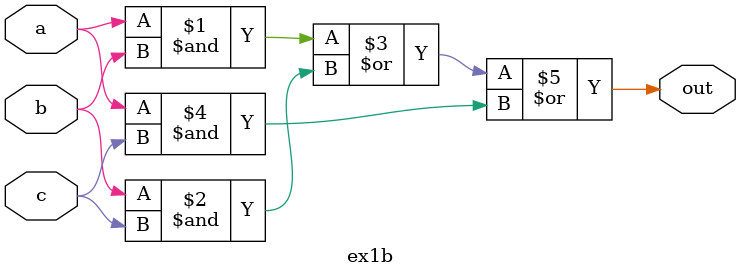
<source format=v>
module ex1b(output out, input a, input b, input c);

assign out = (a & b) | (b & c) | (a & c);

endmodule

</source>
